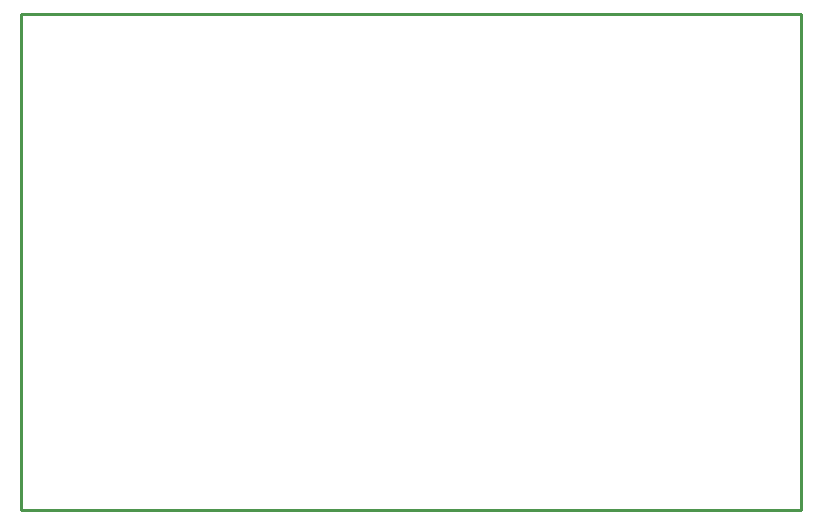
<source format=gko>
G04 Layer: BoardOutlineLayer*
G04 EasyEDA v6.5.29, 2023-07-16 09:38:32*
G04 6daab3e9de084c3e9e407c93523b43d4,e855215096054eb7bd5858a7ef804e70,10*
G04 Gerber Generator version 0.2*
G04 Scale: 100 percent, Rotated: No, Reflected: No *
G04 Dimensions in millimeters *
G04 leading zeros omitted , absolute positions ,4 integer and 5 decimal *
%FSLAX45Y45*%
%MOMM*%

%ADD10C,0.2540*%
D10*
X2389124Y4546600D02*
G01*
X6997700Y4546600D01*
X6997700Y342900D01*
X762000Y342900D01*
X393700Y342900D01*
X393700Y342900D02*
G01*
X393700Y4543679D01*
X393700Y4546600D02*
G01*
X2389126Y4546600D01*

%LPD*%
M02*

</source>
